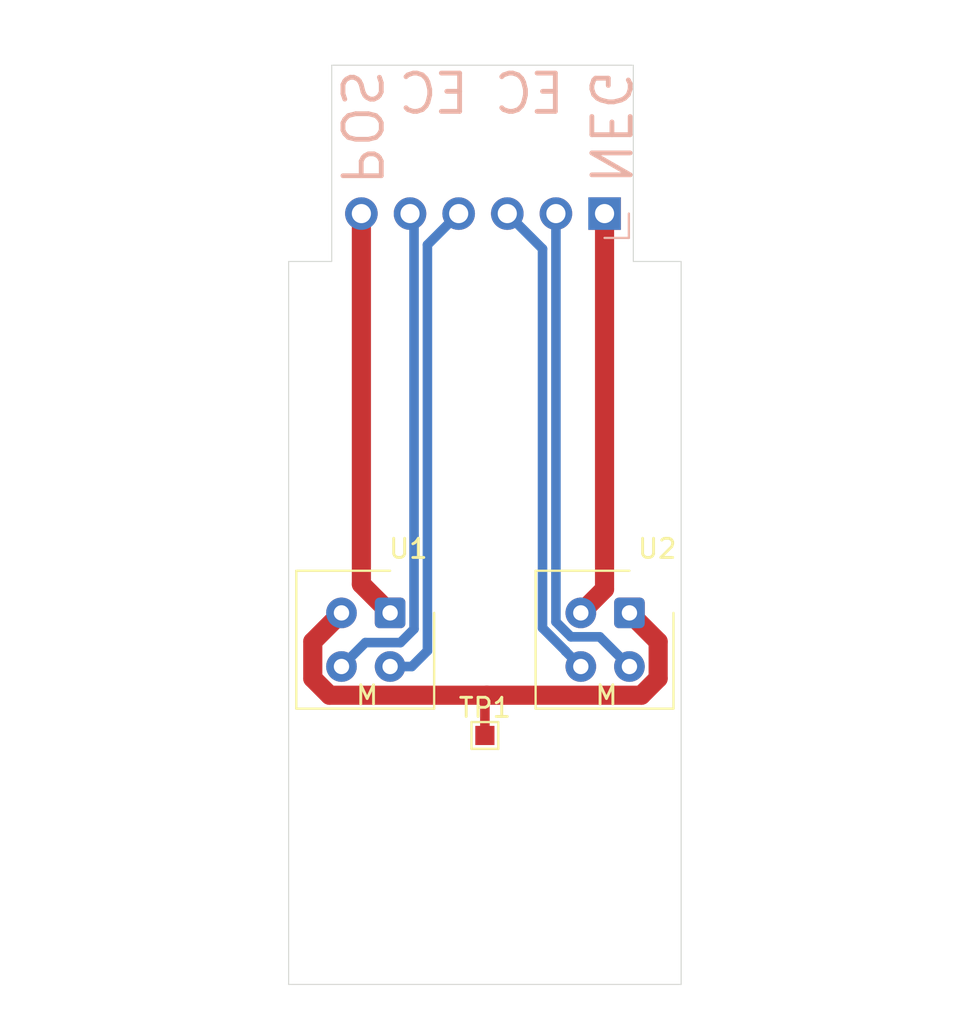
<source format=kicad_pcb>
(kicad_pcb (version 20211014) (generator pcbnew)
  (layers (0 "F.Cu" signal) (31 "B.Cu" signal) (34 "B.Paste" user) (35 "F.Paste" user) (36 "B.SilkS" user "B.Silkscreen") (37 "F.SilkS" user "F.Silkscreen") (38 "B.Mask" user) (39 "F.Mask" user) (44 "Edge.Cuts" user))
  (net 0 "")
  (net 1 "Net-(J1-Pad2)")
  (net 2 "Net-(J1-Pad3)")
  (net 3 "Net-(J1-Pad4)")
  (net 4 "Net-(J1-Pad5)")
  (net 5 "Net-(U1-Pad2)")
  (net 6 "/NEG")
  (net 7 "/POS")
  (footprint "Mounting_Holes:MountingHole_3.2mm_M3" (layer "F.Cu") (at 175.25 130)
    (fp_text reference "H1" hide)
    (fp_text value "MountingHole")
    (pad "" np_thru_hole circle locked (at 0 0) (size 3.2 3.2) (drill 3.2) (layers *.Cu *.Mask))
  )
  (footprint "Mounting_Holes:MountingHole_3.2mm_M3" (layer "F.Cu") (at 175.25 110)
    (fp_text reference "H2" hide)
    (fp_text value "MountingHole")
    (pad "" np_thru_hole circle locked (at 0 0) (size 3.2 3.2) (drill 3.2) (layers *.Cu *.Mask))
  )
  (footprint "OptoDevice:Vishay_CNY70" (layer "F.Cu") (at 170.3 118.6 -90)
    (fp_text reference "U1" (at -3.35 -0.95 180) (layer "F.SilkS"))
    (fp_text value "CNY70")
    (fp_text user "M" (at 4.3 1.2 unlocked) (layer "F.SilkS"))
    (fp_line (start 5 -2.3) (end 0 -2.3) (layer "F.SilkS") (width 0.12))
    (fp_line (start -2.2 4.9) (end 5 4.9) (layer "F.SilkS") (width 0.12))
    (fp_line (start -2.2 0) (end -2.2 4.9) (layer "F.SilkS") (width 0.12))
    (fp_line (start 5 4.9) (end 5 -2.3) (layer "F.SilkS") (width 0.12))
    (pad "1" thru_hole roundrect (at 0 0 270) (size 1.6 1.6) (drill 0.8) (layers *.Cu *.Mask) (roundrect_rratio 0.156) (net 7 "/POS"))
    (pad "2" thru_hole circle (at 0 2.54 270) (size 1.6 1.6) (drill 0.8) (layers *.Cu *.Mask) (net 5 "Net-(U1-Pad2)"))
    (pad "3" thru_hole circle (at 2.8 2.54 270) (size 1.6 1.6) (drill 0.8) (layers *.Cu *.Mask) (net 4 "Net-(J1-Pad5)"))
    (pad "4" thru_hole circle (at 2.8 0 270) (size 1.6 1.6) (drill 0.8) (layers *.Cu *.Mask) (net 3 "Net-(J1-Pad4)"))
  )
  (footprint "OptoDevice:Vishay_CNY70" (layer "F.Cu") (at 182.8 118.6 -90)
    (fp_text reference "U2" (at -3.35 -1.45 180) (layer "F.SilkS"))
    (fp_text value "CNY70")
    (fp_text user "M" (at 4.3 1.2 unlocked) (layer "F.SilkS"))
    (fp_line (start -2.2 4.9) (end 5 4.9) (layer "F.SilkS") (width 0.12))
    (fp_line (start -2.2 0) (end -2.2 4.9) (layer "F.SilkS") (width 0.12))
    (fp_line (start 5 4.9) (end 5 -2.3) (layer "F.SilkS") (width 0.12))
    (fp_line (start 5 -2.3) (end 0 -2.3) (layer "F.SilkS") (width 0.12))
    (pad "1" thru_hole roundrect (at 0 0 270) (size 1.6 1.6) (drill 0.8) (layers *.Cu *.Mask) (roundrect_rratio 0.156) (net 5 "Net-(U1-Pad2)"))
    (pad "2" thru_hole circle (at 0 2.54 270) (size 1.6 1.6) (drill 0.8) (layers *.Cu *.Mask) (net 6 "/NEG"))
    (pad "3" thru_hole circle (at 2.8 2.54 270) (size 1.6 1.6) (drill 0.8) (layers *.Cu *.Mask) (net 2 "Net-(J1-Pad3)"))
    (pad "4" thru_hole circle (at 2.8 0 270) (size 1.6 1.6) (drill 0.8) (layers *.Cu *.Mask) (net 1 "Net-(J1-Pad2)"))
  )
  (footprint "TestPoint:TestPoint_Pad_1.0x1.0mm" (layer "F.Cu") (at 175.25 125)
    (fp_text reference "TP1" (at 0 -1.448) (layer "F.SilkS"))
    (fp_text value "TestPoint")
    (fp_line (start 0.7 -0.7) (end 0.7 0.7) (layer "F.SilkS") (width 0.12))
    (fp_line (start -0.7 0.7) (end -0.7 -0.7) (layer "F.SilkS") (width 0.12))
    (fp_line (start -0.7 -0.7) (end 0.7 -0.7) (layer "F.SilkS") (width 0.12))
    (fp_line (start 0.7 0.7) (end -0.7 0.7) (layer "F.SilkS") (width 0.12))
    (pad "1" smd rect locked (at 0 0) (size 1 1) (layers "F.Cu" "F.Mask") (net 5 "Net-(U1-Pad2)"))
  )
  (footprint "Pin_Headers:Pin_Header_Angled_1x06_Pitch2.54mm" (layer "B.Cu") (at 181.5 97.75 90)
    (fp_text reference "J1" hide)
    (fp_text value "Conn_01x06_Male")
    (fp_line (start -1.27 1.27) (end 0 1.27) (layer "B.SilkS") (width 0.12))
    (fp_line (start -1.27 0) (end -1.27 1.27) (layer "B.SilkS") (width 0.12))
    (pad "1" thru_hole rect (at 0 0 90) (size 1.7 1.7) (drill 1) (layers *.Cu *.Mask) (net 6 "/NEG"))
    (pad "2" thru_hole oval (at 0 -2.54 90) (size 1.7 1.7) (drill 1) (layers *.Cu *.Mask) (net 1 "Net-(J1-Pad2)"))
    (pad "3" thru_hole oval (at 0 -5.08 90) (size 1.7 1.7) (drill 1) (layers *.Cu *.Mask) (net 2 "Net-(J1-Pad3)"))
    (pad "4" thru_hole oval (at 0 -7.62 90) (size 1.7 1.7) (drill 1) (layers *.Cu *.Mask) (net 3 "Net-(J1-Pad4)"))
    (pad "5" thru_hole oval (at 0 -10.16 90) (size 1.7 1.7) (drill 1) (layers *.Cu *.Mask) (net 4 "Net-(J1-Pad5)"))
    (pad "6" thru_hole oval (at 0 -12.7 90) (size 1.7 1.7) (drill 1) (layers *.Cu *.Mask) (net 7 "/POS"))
  )
  (gr_line (start 165 100.25) (end 165 138) (layer "Edge.Cuts") (width 0.05))
  (gr_line (start 183 100.25) (end 183 90) (layer "Edge.Cuts") (width 0.05))
  (gr_line (start 167.25 100.25) (end 165 100.25) (layer "Edge.Cuts") (width 0.05))
  (gr_line (start 165 138) (end 185.5 138) (layer "Edge.Cuts") (width 0.05))
  (gr_line (start 167.25 90) (end 167.25 100.25) (layer "Edge.Cuts") (width 0.05))
  (gr_line (start 183 90) (end 167.25 90) (layer "Edge.Cuts") (width 0.05))
  (gr_line (start 185.5 100.25) (end 183 100.25) (layer "Edge.Cuts") (width 0.05))
  (gr_line (start 185.5 138) (end 185.5 100.25) (layer "Edge.Cuts") (width 0.05))
  (gr_text "NEG" (at 181.75 93.25 -90) (layer "B.SilkS") (effects (font (size 2 2) (thickness 0.25)) (justify mirror)))
  (gr_text "C" (at 171.75 91.5) (layer "B.SilkS") (effects (font (size 2 2) (thickness 0.25)) (justify mirror)))
  (gr_text "C" (at 176.75 91.5) (layer "B.SilkS") (effects (font (size 2 2) (thickness 0.25)) (justify mirror)))
  (gr_text "E" (at 173.5 91.5) (layer "B.SilkS") (effects (font (size 2 2) (thickness 0.25)) (justify mirror)))
  (gr_text "E" (at 178.5 91.5) (layer "B.SilkS") (effects (font (size 2 2) (thickness 0.25)) (justify mirror)))
  (gr_text "POS" (at 168.75 93.25 -90) (layer "B.SilkS") (effects (font (size 2 2) (thickness 0.25)) (justify mirror)))
  (segment (start 178.96 119.067076) (end 178.96 97.75) (width 0.5) (layer "B.Cu") (net 1))
  (segment (start 181.249511 119.849511) (end 179.742435 119.849511) (width 0.5) (layer "B.Cu") (net 1))
  (segment (start 179.742435 119.849511) (end 178.96 119.067076) (width 0.5) (layer "B.Cu") (net 1))
  (segment (start 182.8 121.4) (end 181.249511 119.849511) (width 0.5) (layer "B.Cu") (net 1))
  (segment (start 179.460001 120.600001) (end 179.460001 120.58903) (width 0.5) (layer "B.Cu") (net 2))
  (segment (start 179.460001 120.58903) (end 178.260481 119.38951) (width 0.5) (layer "B.Cu") (net 2))
  (segment (start 178.260481 99.590481) (end 176.42 97.75) (width 0.5) (layer "B.Cu") (net 2))
  (segment (start 180.26 121.4) (end 179.460001 120.600001) (width 0.5) (layer "B.Cu") (net 2))
  (segment (start 178.260481 119.38951) (end 178.260481 99.590481) (width 0.5) (layer "B.Cu") (net 2))
  (segment (start 172.24904 99.38096) (end 173.88 97.75) (width 0.5) (layer "B.Cu") (net 3))
  (segment (start 172.24904 120.58041) (end 172.24904 99.38096) (width 0.5) (layer "B.Cu") (net 3))
  (segment (start 170.3 121.4) (end 171.43137 121.4) (width 0.5) (layer "B.Cu") (net 3))
  (segment (start 171.43137 121.4) (end 172.25 120.58137) (width 0.5) (layer "B.Cu") (net 3))
  (segment (start 172.25 120.58137) (end 172.24904 120.58041) (width 0.5) (layer "B.Cu") (net 3))
  (segment (start 169.009511 120.150489) (end 170.839015 120.150489) (width 0.5) (layer "B.Cu") (net 4))
  (segment (start 171.54952 119.439984) (end 171.54952 97.95952) (width 0.5) (layer "B.Cu") (net 4))
  (segment (start 171.54952 97.95952) (end 171.34 97.75) (width 0.5) (layer "B.Cu") (net 4))
  (segment (start 167.76 121.4) (end 169.009511 120.150489) (width 0.5) (layer "B.Cu") (net 4))
  (segment (start 170.839015 120.150489) (end 171.54952 119.439984) (width 0.5) (layer "B.Cu") (net 4))
  (segment (start 184.299511 122.021119) (end 184.299511 120.099511) (width 1) (layer "F.Cu") (net 5))
  (segment (start 166.260489 120.099511) (end 166.260489 122.021119) (width 1) (layer "F.Cu") (net 5))
  (segment (start 175.25 123) (end 175.350489 122.899511) (width 0.5) (layer "F.Cu") (net 5))
  (segment (start 183.421119 122.899511) (end 184.299511 122.021119) (width 1) (layer "F.Cu") (net 5))
  (segment (start 166.260489 122.021119) (end 167.138881 122.899511) (width 1) (layer "F.Cu") (net 5))
  (segment (start 167.76 118.6) (end 166.260489 120.099511) (width 1) (layer "F.Cu") (net 5))
  (segment (start 175.25 125) (end 175.25 123) (width 0.5) (layer "F.Cu") (net 5))
  (segment (start 175.350489 122.899511) (end 183.421119 122.899511) (width 1) (layer "F.Cu") (net 5))
  (segment (start 167.138881 122.899511) (end 175.350489 122.899511) (width 1) (layer "F.Cu") (net 5))
  (segment (start 184.299511 120.099511) (end 182.8 118.6) (width 1) (layer "F.Cu") (net 5))
  (segment (start 181.5 97.75) (end 181.5 117.36) (width 1) (layer "F.Cu") (net 6))
  (segment (start 181.5 117.36) (end 180.26 118.6) (width 1) (layer "F.Cu") (net 6))
  (segment (start 168.8 97.75) (end 168.8 117.1) (width 1) (layer "F.Cu") (net 7))
  (segment (start 168.8 117.1) (end 170.3 118.6) (width 1) (layer "F.Cu") (net 7))
)
</source>
